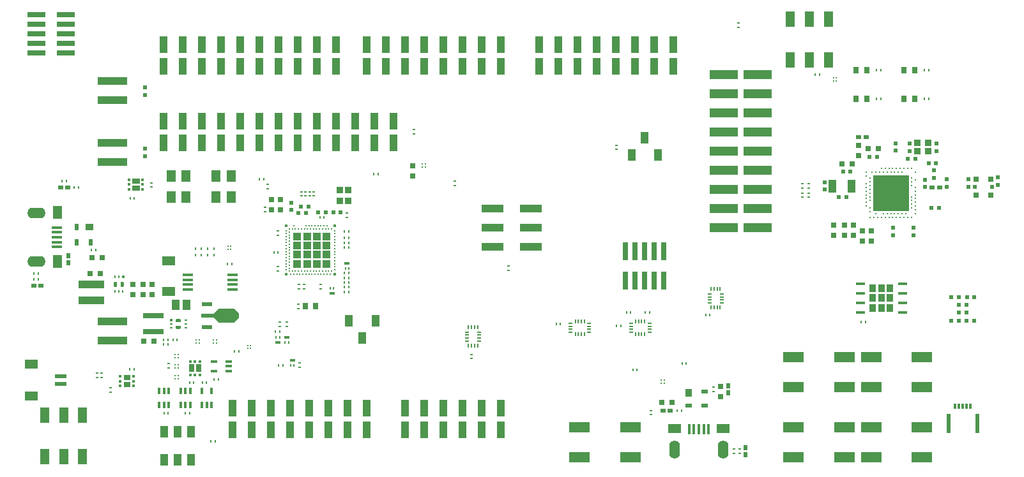
<source format=gtp>
G04*
G04 #@! TF.GenerationSoftware,Altium Limited,Altium Designer,23.11.1 (41)*
G04*
G04 Layer_Color=8421504*
%FSLAX24Y24*%
%MOIN*%
G70*
G04*
G04 #@! TF.SameCoordinates,7572C3C8-2950-46ED-BF1E-06EED60B5480*
G04*
G04*
G04 #@! TF.FilePolarity,Positive*
G04*
G01*
G75*
G04:AMPARAMS|DCode=30|XSize=43.3mil|YSize=39.4mil|CornerRadius=3mil|HoleSize=0mil|Usage=FLASHONLY|Rotation=180.000|XOffset=0mil|YOffset=0mil|HoleType=Round|Shape=RoundedRectangle|*
%AMROUNDEDRECTD30*
21,1,0.0433,0.0335,0,0,180.0*
21,1,0.0374,0.0394,0,0,180.0*
1,1,0.0059,-0.0187,0.0167*
1,1,0.0059,0.0187,0.0167*
1,1,0.0059,0.0187,-0.0167*
1,1,0.0059,-0.0187,-0.0167*
%
%ADD30ROUNDEDRECTD30*%
%ADD31O,0.0551X0.0945*%
%ADD32O,0.0945X0.0551*%
%ADD33R,0.0366X0.0445*%
%ADD34R,0.0118X0.0315*%
%ADD35R,0.0148X0.0197*%
%ADD36R,0.0138X0.0138*%
%ADD37R,0.0098X0.0138*%
%ADD38R,0.0315X0.0118*%
%ADD39R,0.0197X0.0148*%
%ADD40R,0.0138X0.0138*%
%ADD41R,0.0138X0.0098*%
%ADD42R,0.0315X0.0295*%
%ADD43R,0.0228X0.0197*%
%ADD44C,0.0118*%
%ADD45R,0.1909X0.1909*%
%ADD46C,0.0167*%
%ADD47C,0.0098*%
%ADD48R,0.0472X0.0630*%
%ADD49R,0.0217X0.0236*%
%ADD50R,0.1500X0.0500*%
%ADD51R,0.0945X0.0299*%
%ADD52R,0.0299X0.0945*%
%ADD53O,0.0551X0.0157*%
%ADD54R,0.0453X0.0177*%
%ADD55R,0.1575X0.0402*%
%ADD56R,0.1130X0.0400*%
%ADD57R,0.0709X0.0472*%
%ADD58R,0.0157X0.0531*%
%ADD59R,0.0394X0.0630*%
%ADD60R,0.0472X0.0787*%
%ADD61R,0.1083X0.0551*%
%ADD62R,0.0689X0.0512*%
%ADD63R,0.0402X0.0862*%
%ADD64C,0.0093*%
%ADD65R,0.0335X0.0374*%
%ADD66R,0.0394X0.0709*%
%ADD67R,0.0374X0.0335*%
%ADD68R,0.0138X0.0354*%
%ADD69R,0.0354X0.0138*%
%ADD70R,0.0138X0.0118*%
%ADD71R,0.0283X0.0413*%
%ADD72R,0.0098X0.0157*%
%ADD73R,0.0276X0.0157*%
%ADD74R,0.0362X0.0280*%
%ADD75R,0.0177X0.0165*%
%ADD76R,0.0551X0.0236*%
%ADD77R,0.0669X0.0236*%
%ADD78R,0.0118X0.0138*%
%ADD79R,0.0413X0.0283*%
%ADD80R,0.0098X0.0138*%
%ADD81R,0.0059X0.0138*%
%ADD82R,0.0138X0.0098*%
%ADD83R,0.0138X0.0059*%
%ADD84O,0.0071X0.0240*%
%ADD85O,0.0240X0.0071*%
%ADD86R,0.0300X0.0320*%
%ADD87R,0.1063X0.0315*%
%ADD88R,0.1339X0.0394*%
%ADD89R,0.0709X0.0472*%
%ADD90R,0.0610X0.0236*%
%ADD91R,0.0236X0.1024*%
%ADD92R,0.0118X0.0315*%
%ADD93R,0.0472X0.0709*%
%ADD94R,0.0531X0.0157*%
%ADD95R,0.0106X0.0118*%
%ADD96R,0.0118X0.0106*%
%ADD97R,0.0236X0.0217*%
%ADD98R,0.0315X0.0295*%
%ADD99R,0.0256X0.0197*%
%ADD100R,0.0098X0.0142*%
%ADD101R,0.0394X0.0335*%
%ADD102R,0.0236X0.0335*%
%ADD103R,0.0335X0.0394*%
%ADD104R,0.0335X0.0236*%
%ADD105R,0.0197X0.0256*%
%ADD106R,0.0295X0.0315*%
%ADD107R,0.0433X0.0551*%
%ADD108R,0.0236X0.0197*%
%ADD109R,0.0197X0.0236*%
G36*
X11334Y8518D02*
Y8282D01*
X11078Y8026D01*
X10291D01*
X10035Y8282D01*
Y8518D01*
X10291Y8774D01*
X11078D01*
X11334Y8518D01*
D02*
G37*
D30*
X14366Y11585D02*
D03*
Y11113D02*
D03*
X14877D02*
D03*
Y11585D02*
D03*
X14366Y12530D02*
D03*
X14877Y12058D02*
D03*
X14366D02*
D03*
X14877Y12530D02*
D03*
X15389Y11113D02*
D03*
Y11585D02*
D03*
X15901Y11113D02*
D03*
Y11585D02*
D03*
X15389Y12058D02*
D03*
Y12530D02*
D03*
X15901Y12058D02*
D03*
Y12530D02*
D03*
D31*
X36586Y1400D02*
D03*
X34067D02*
D03*
D32*
X765Y11240D02*
D03*
Y13760D02*
D03*
D33*
X45295Y8796D02*
D03*
Y9320D02*
D03*
Y9844D02*
D03*
X44850Y8796D02*
D03*
Y9320D02*
D03*
Y9844D02*
D03*
X44405Y8796D02*
D03*
Y9320D02*
D03*
Y9844D02*
D03*
D34*
X5236Y10039D02*
D03*
X4882Y10039D02*
D03*
D35*
X5261Y10039D02*
D03*
X4857Y10039D02*
D03*
D36*
X5276Y10423D02*
D03*
D37*
X5059Y10423D02*
D03*
X4862Y10423D02*
D03*
X4862Y9656D02*
D03*
X5059Y9656D02*
D03*
X5256Y9656D02*
D03*
D38*
X8160Y8137D02*
D03*
X8160Y7783D02*
D03*
D39*
X8160Y8162D02*
D03*
Y7758D02*
D03*
D40*
X7776Y8177D02*
D03*
D41*
Y7960D02*
D03*
Y7763D02*
D03*
X8544D02*
D03*
Y7960D02*
D03*
Y8157D02*
D03*
D42*
X49793Y14711D02*
D03*
Y15518D02*
D03*
X50541Y14711D02*
D03*
Y15518D02*
D03*
D43*
X49710Y15115D02*
D03*
X50623D02*
D03*
D44*
X44257Y14023D02*
D03*
X44060Y14318D02*
D03*
Y14121D02*
D03*
X44454Y13530D02*
D03*
X44257Y13826D02*
D03*
Y13530D02*
D03*
X44060Y14515D02*
D03*
X44257Y14416D02*
D03*
X44060Y14712D02*
D03*
X44257Y14613D02*
D03*
X44848Y13530D02*
D03*
X45045D02*
D03*
X44651D02*
D03*
X44946Y13727D02*
D03*
X44553D02*
D03*
X44060Y14908D02*
D03*
Y15302D02*
D03*
Y15105D02*
D03*
X44257Y14810D02*
D03*
Y15204D02*
D03*
Y15007D02*
D03*
X44060Y15893D02*
D03*
X44257Y15597D02*
D03*
Y15401D02*
D03*
X44060Y15696D02*
D03*
X44356Y15893D02*
D03*
X44946D02*
D03*
X44553D02*
D03*
X44749D02*
D03*
X44848Y16090D02*
D03*
X45045D02*
D03*
X45635Y13530D02*
D03*
X45242D02*
D03*
X45438D02*
D03*
X46029D02*
D03*
X45832D02*
D03*
X45931Y13727D02*
D03*
X45340D02*
D03*
X45143D02*
D03*
X45537D02*
D03*
X45734D02*
D03*
X46226Y13530D02*
D03*
X46127Y13727D02*
D03*
X46423Y14023D02*
D03*
Y13530D02*
D03*
X46620Y13727D02*
D03*
Y14121D02*
D03*
Y13924D02*
D03*
X46423Y14219D02*
D03*
Y14416D02*
D03*
X46620Y14515D02*
D03*
Y14318D02*
D03*
X45931Y15893D02*
D03*
X45537D02*
D03*
X45734D02*
D03*
X45340D02*
D03*
X45143D02*
D03*
X45242Y16090D02*
D03*
X45832D02*
D03*
X46029D02*
D03*
X45438D02*
D03*
X45635D02*
D03*
X46423Y15204D02*
D03*
Y14613D02*
D03*
X46620Y14712D02*
D03*
Y15105D02*
D03*
Y14908D02*
D03*
X46226Y16090D02*
D03*
X46423D02*
D03*
Y15401D02*
D03*
X46620Y15499D02*
D03*
X46423Y15597D02*
D03*
X46620Y15893D02*
D03*
D45*
X45340Y14810D02*
D03*
D46*
X13795Y10562D02*
D03*
Y13081D02*
D03*
X16314Y10562D02*
D03*
Y13081D02*
D03*
D47*
X13795Y10955D02*
D03*
Y10798D02*
D03*
Y11113D02*
D03*
X13952Y10719D02*
D03*
Y10877D02*
D03*
X13795Y11428D02*
D03*
Y11270D02*
D03*
Y11585D02*
D03*
X13952Y11192D02*
D03*
Y11349D02*
D03*
Y11664D02*
D03*
X14031Y10562D02*
D03*
X14188D02*
D03*
X14346D02*
D03*
X14503D02*
D03*
X14661D02*
D03*
X14818D02*
D03*
X14110Y10719D02*
D03*
X14425D02*
D03*
X14267D02*
D03*
X13952Y11507D02*
D03*
Y11034D02*
D03*
X14582Y10719D02*
D03*
X14740D02*
D03*
X13795Y11743D02*
D03*
Y11900D02*
D03*
Y12058D02*
D03*
Y12215D02*
D03*
Y12373D02*
D03*
Y12688D02*
D03*
Y12530D02*
D03*
Y12845D02*
D03*
X13952Y11822D02*
D03*
Y12137D02*
D03*
Y11979D02*
D03*
Y12294D02*
D03*
Y12609D02*
D03*
Y12766D02*
D03*
Y12451D02*
D03*
Y12924D02*
D03*
X14267D02*
D03*
X14110D02*
D03*
X14188Y13081D02*
D03*
X14425Y12924D02*
D03*
X14740D02*
D03*
X14582D02*
D03*
X14818Y13081D02*
D03*
X14976Y10562D02*
D03*
X15133D02*
D03*
X15291D02*
D03*
X15448D02*
D03*
X15606D02*
D03*
X14897Y10719D02*
D03*
X15055D02*
D03*
X15212D02*
D03*
X15370D02*
D03*
X15685D02*
D03*
X15527D02*
D03*
X15763Y10562D02*
D03*
X15921D02*
D03*
X16000Y10719D02*
D03*
X15842D02*
D03*
X16078Y10562D02*
D03*
X16157Y10719D02*
D03*
X16314Y10955D02*
D03*
Y10798D02*
D03*
Y11270D02*
D03*
Y11113D02*
D03*
Y11428D02*
D03*
Y11585D02*
D03*
Y11743D02*
D03*
X14897Y12924D02*
D03*
X15055D02*
D03*
X15212D02*
D03*
X15370D02*
D03*
X15527D02*
D03*
X15685D02*
D03*
X14976Y13081D02*
D03*
X15133D02*
D03*
X15291D02*
D03*
X15448D02*
D03*
X15606D02*
D03*
X16314Y11900D02*
D03*
Y12215D02*
D03*
Y12058D02*
D03*
Y12373D02*
D03*
Y12530D02*
D03*
X15842Y12924D02*
D03*
X16000D02*
D03*
X15763Y13081D02*
D03*
X15921D02*
D03*
X16314Y12688D02*
D03*
Y12845D02*
D03*
X16157Y12924D02*
D03*
D48*
X7775Y15711D02*
D03*
X8563Y14609D02*
D03*
X7775D02*
D03*
X10137D02*
D03*
X10925D02*
D03*
X8563Y15711D02*
D03*
X10137D02*
D03*
X10925D02*
D03*
D49*
X49290Y8947D02*
D03*
Y8553D02*
D03*
X48900Y8947D02*
D03*
Y8553D02*
D03*
X6430Y19933D02*
D03*
Y20327D02*
D03*
Y16742D02*
D03*
Y17136D02*
D03*
D50*
X38375Y14000D02*
D03*
X36625D02*
D03*
X38375Y16000D02*
D03*
X36625D02*
D03*
X38375Y17000D02*
D03*
X36625D02*
D03*
X38375Y18000D02*
D03*
X36625D02*
D03*
X38375Y19000D02*
D03*
X36625D02*
D03*
X38375Y20000D02*
D03*
X36625D02*
D03*
X38375Y21000D02*
D03*
X36625D02*
D03*
Y15000D02*
D03*
X38375D02*
D03*
X36625Y13000D02*
D03*
X38375D02*
D03*
D51*
X762Y22140D02*
D03*
Y22640D02*
D03*
Y23140D02*
D03*
Y23640D02*
D03*
Y24140D02*
D03*
X2298Y22140D02*
D03*
Y22640D02*
D03*
Y23140D02*
D03*
Y23640D02*
D03*
Y24140D02*
D03*
D52*
X33500Y10232D02*
D03*
X33000D02*
D03*
X32500D02*
D03*
X32000D02*
D03*
X31500D02*
D03*
X33500Y11768D02*
D03*
X33000D02*
D03*
X32500D02*
D03*
X32000D02*
D03*
X31500D02*
D03*
D53*
X10981Y9766D02*
D03*
Y10022D02*
D03*
Y10278D02*
D03*
Y10534D02*
D03*
X8659Y9766D02*
D03*
Y10022D02*
D03*
Y10278D02*
D03*
Y10534D02*
D03*
D54*
X45941Y8570D02*
D03*
Y9070D02*
D03*
Y9570D02*
D03*
Y10070D02*
D03*
X43759Y8570D02*
D03*
Y9070D02*
D03*
Y9570D02*
D03*
Y10070D02*
D03*
D55*
X4730Y20657D02*
D03*
Y19657D02*
D03*
Y17429D02*
D03*
Y16429D02*
D03*
Y8090D02*
D03*
Y7090D02*
D03*
D56*
X24550Y14000D02*
D03*
Y13000D02*
D03*
X26550D02*
D03*
Y14000D02*
D03*
X24550Y12000D02*
D03*
X26550D02*
D03*
D57*
X34047Y2482D02*
D03*
X36606D02*
D03*
D58*
X35838Y2454D02*
D03*
X35582D02*
D03*
X34815D02*
D03*
X35071D02*
D03*
X35326D02*
D03*
D59*
X17067Y8130D02*
D03*
X18445D02*
D03*
X17756Y7224D02*
D03*
X8809Y872D02*
D03*
X8120D02*
D03*
X7431D02*
D03*
Y2328D02*
D03*
X8120D02*
D03*
X8809D02*
D03*
X33189Y16797D02*
D03*
X31811D02*
D03*
X32500Y17703D02*
D03*
D60*
X3160Y1027D02*
D03*
X1192D02*
D03*
X2176D02*
D03*
Y3193D02*
D03*
X1192D02*
D03*
X3160D02*
D03*
X40106Y23913D02*
D03*
X42074D02*
D03*
X41090D02*
D03*
Y21747D02*
D03*
X42074D02*
D03*
X40106D02*
D03*
D61*
X29101Y2560D02*
D03*
Y985D02*
D03*
X31759Y2560D02*
D03*
Y985D02*
D03*
X44307Y2560D02*
D03*
Y985D02*
D03*
X46964Y2560D02*
D03*
Y985D02*
D03*
X40267Y2560D02*
D03*
Y985D02*
D03*
X42924Y2560D02*
D03*
Y985D02*
D03*
X46964Y4657D02*
D03*
Y6232D02*
D03*
X44307Y4657D02*
D03*
Y6232D02*
D03*
X42924Y4657D02*
D03*
Y6232D02*
D03*
X40267Y4657D02*
D03*
Y6232D02*
D03*
D62*
X7641Y9653D02*
D03*
Y11267D02*
D03*
D63*
X19400Y18577D02*
D03*
Y17423D02*
D03*
X18400Y18577D02*
D03*
Y17423D02*
D03*
X17400Y18577D02*
D03*
Y17423D02*
D03*
X13400Y18577D02*
D03*
Y17423D02*
D03*
X14400Y18577D02*
D03*
Y17423D02*
D03*
X8400Y18577D02*
D03*
Y17423D02*
D03*
X9400D02*
D03*
Y18577D02*
D03*
X10400Y17423D02*
D03*
Y18577D02*
D03*
X12400Y17423D02*
D03*
Y18577D02*
D03*
X11400Y17423D02*
D03*
Y18577D02*
D03*
X7400D02*
D03*
Y17423D02*
D03*
X16400D02*
D03*
Y18577D02*
D03*
X15400Y17423D02*
D03*
Y18577D02*
D03*
X32000Y22577D02*
D03*
X28000D02*
D03*
X32000Y21423D02*
D03*
X28000D02*
D03*
X33000Y22577D02*
D03*
X34000D02*
D03*
X29000D02*
D03*
X30000D02*
D03*
X27000D02*
D03*
X33000Y21423D02*
D03*
X34000D02*
D03*
X29000Y21423D02*
D03*
X30000Y21423D02*
D03*
X27000D02*
D03*
X31000Y22577D02*
D03*
Y21423D02*
D03*
X14400Y22577D02*
D03*
X10400D02*
D03*
X14400Y21423D02*
D03*
X10400Y21423D02*
D03*
X16400Y22577D02*
D03*
X15400D02*
D03*
X12400D02*
D03*
X11400D02*
D03*
X9400D02*
D03*
X8400D02*
D03*
X16400Y21423D02*
D03*
X15400D02*
D03*
X12400D02*
D03*
X11400D02*
D03*
X9400D02*
D03*
X8400Y21423D02*
D03*
X13400Y22577D02*
D03*
X7400D02*
D03*
X13400Y21423D02*
D03*
X7400D02*
D03*
X23000Y22577D02*
D03*
X19000D02*
D03*
X23000Y21423D02*
D03*
X19000D02*
D03*
X24000Y22577D02*
D03*
X25000D02*
D03*
X20000D02*
D03*
X21000D02*
D03*
X18000D02*
D03*
X24000Y21423D02*
D03*
X25000D02*
D03*
X20000Y21423D02*
D03*
X21000Y21423D02*
D03*
X18000D02*
D03*
X22000Y22577D02*
D03*
Y21423D02*
D03*
X22000Y2423D02*
D03*
Y3577D02*
D03*
X20000Y2423D02*
D03*
X21000D02*
D03*
X24000D02*
D03*
X25000D02*
D03*
X20000Y3577D02*
D03*
X21000D02*
D03*
X24000D02*
D03*
X25000D02*
D03*
X23000Y2423D02*
D03*
X23000Y3577D02*
D03*
X13000Y2423D02*
D03*
X17000D02*
D03*
X13000Y3577D02*
D03*
X17000D02*
D03*
X12000Y2423D02*
D03*
X11000D02*
D03*
X16000D02*
D03*
X15000D02*
D03*
X18000D02*
D03*
X12000Y3577D02*
D03*
X11000D02*
D03*
X16000Y3577D02*
D03*
X15000Y3577D02*
D03*
X18000D02*
D03*
X14000Y2423D02*
D03*
Y3577D02*
D03*
D64*
X10899Y12029D02*
D03*
Y11871D02*
D03*
X10741Y12029D02*
D03*
Y11871D02*
D03*
X11937Y6687D02*
D03*
X11779D02*
D03*
X11937Y6845D02*
D03*
X11779D02*
D03*
X9259Y6961D02*
D03*
X9101D02*
D03*
X9259Y7119D02*
D03*
X9101D02*
D03*
X10149Y6961D02*
D03*
X9991D02*
D03*
X10149Y7119D02*
D03*
X9991D02*
D03*
X7991Y5259D02*
D03*
X8149D02*
D03*
X7991Y5101D02*
D03*
X8149D02*
D03*
X7991Y5814D02*
D03*
X8149D02*
D03*
X7991Y5656D02*
D03*
X8149D02*
D03*
X7991Y6369D02*
D03*
X8149D02*
D03*
X7991Y6211D02*
D03*
X8149D02*
D03*
X42497Y20660D02*
D03*
X42340D02*
D03*
X42497Y20817D02*
D03*
X42340D02*
D03*
X33514Y5030D02*
D03*
Y4872D02*
D03*
X33356Y5030D02*
D03*
Y4872D02*
D03*
X21043Y16319D02*
D03*
Y16161D02*
D03*
X20886Y16319D02*
D03*
Y16161D02*
D03*
D65*
X17037Y14380D02*
D03*
X16585D02*
D03*
Y14951D02*
D03*
X17037D02*
D03*
D66*
X43276Y15167D02*
D03*
X42292D02*
D03*
D67*
X46732Y16983D02*
D03*
Y17436D02*
D03*
X47303D02*
D03*
Y16983D02*
D03*
D68*
X8786Y4474D02*
D03*
X8530D02*
D03*
X8274D02*
D03*
Y3726D02*
D03*
X8530D02*
D03*
X8786D02*
D03*
X9394Y3726D02*
D03*
X9650D02*
D03*
X9906D02*
D03*
Y4474D02*
D03*
X9394D02*
D03*
X7666Y4474D02*
D03*
X7410D02*
D03*
X7154D02*
D03*
Y3726D02*
D03*
X7410D02*
D03*
X7666D02*
D03*
D69*
X10774Y5494D02*
D03*
Y5750D02*
D03*
Y6006D02*
D03*
X10026D02*
D03*
Y5494D02*
D03*
D70*
X9292Y5308D02*
D03*
X9036D02*
D03*
X8780D02*
D03*
Y5997D02*
D03*
X9036D02*
D03*
X9292D02*
D03*
D71*
X9229Y5652D02*
D03*
X8843D02*
D03*
D72*
X14199Y5782D02*
D03*
X14021D02*
D03*
X13268Y7264D02*
D03*
X13445D02*
D03*
X17057Y10866D02*
D03*
X16880D02*
D03*
X16093Y9843D02*
D03*
X16270D02*
D03*
X13907Y6988D02*
D03*
X13730D02*
D03*
D73*
X14110Y6058D02*
D03*
X13356Y6988D02*
D03*
X16968Y11142D02*
D03*
X16181Y9567D02*
D03*
X13819Y7264D02*
D03*
D74*
X5480Y4783D02*
D03*
Y5157D02*
D03*
D75*
X5836Y5226D02*
D03*
Y4970D02*
D03*
Y4714D02*
D03*
X5124D02*
D03*
Y4970D02*
D03*
Y5226D02*
D03*
D76*
X9641Y8991D02*
D03*
Y7809D02*
D03*
D77*
X9700Y8400D02*
D03*
D78*
X6294Y15506D02*
D03*
Y15250D02*
D03*
Y14994D02*
D03*
X5606D02*
D03*
Y15250D02*
D03*
Y15506D02*
D03*
D79*
X5950Y15443D02*
D03*
Y15057D02*
D03*
D80*
X5276Y10423D02*
D03*
D81*
X5059D02*
D03*
X4862D02*
D03*
Y9656D02*
D03*
X5059D02*
D03*
X5256D02*
D03*
D82*
X7776Y8177D02*
D03*
D83*
Y7960D02*
D03*
Y7763D02*
D03*
X8544D02*
D03*
Y7960D02*
D03*
Y8157D02*
D03*
D84*
X36436Y8818D02*
D03*
X36279D02*
D03*
X36121D02*
D03*
X35964D02*
D03*
Y9782D02*
D03*
X36121D02*
D03*
X36279D02*
D03*
X36436D02*
D03*
X32024Y8085D02*
D03*
X32181D02*
D03*
X32339D02*
D03*
X32496D02*
D03*
Y7435D02*
D03*
X32339D02*
D03*
X32181D02*
D03*
X32024D02*
D03*
X23776Y6828D02*
D03*
X23619D02*
D03*
X23461D02*
D03*
X23304D02*
D03*
Y7792D02*
D03*
X23461D02*
D03*
X23619D02*
D03*
X23776D02*
D03*
X28874Y8085D02*
D03*
X29031D02*
D03*
X29189D02*
D03*
X29346D02*
D03*
Y7435D02*
D03*
X29189D02*
D03*
X29031D02*
D03*
X28874D02*
D03*
D85*
X35875Y9064D02*
D03*
Y9221D02*
D03*
Y9379D02*
D03*
Y9536D02*
D03*
X36525D02*
D03*
Y9379D02*
D03*
Y9221D02*
D03*
Y9064D02*
D03*
X31778Y7524D02*
D03*
Y7681D02*
D03*
Y7839D02*
D03*
Y7996D02*
D03*
X32742D02*
D03*
Y7839D02*
D03*
Y7681D02*
D03*
Y7524D02*
D03*
X23215Y7074D02*
D03*
Y7231D02*
D03*
Y7389D02*
D03*
Y7546D02*
D03*
X23865D02*
D03*
Y7389D02*
D03*
Y7231D02*
D03*
Y7074D02*
D03*
X28628Y7524D02*
D03*
Y7681D02*
D03*
Y7839D02*
D03*
Y7996D02*
D03*
X29592D02*
D03*
Y7839D02*
D03*
Y7681D02*
D03*
Y7524D02*
D03*
D86*
X15330Y8888D02*
D03*
X14780D02*
D03*
X46033Y19727D02*
D03*
X46583D02*
D03*
X43533D02*
D03*
X44083D02*
D03*
X46033Y21227D02*
D03*
X46583D02*
D03*
X43533D02*
D03*
X44083D02*
D03*
D87*
X6850Y8413D02*
D03*
Y7547D02*
D03*
D88*
X3622Y10020D02*
D03*
Y9193D02*
D03*
D89*
X484Y4203D02*
D03*
Y5857D02*
D03*
D90*
X2010Y4833D02*
D03*
Y5227D02*
D03*
D91*
X49842Y2767D02*
D03*
X48346D02*
D03*
D92*
X49290Y3673D02*
D03*
X49094D02*
D03*
X48897D02*
D03*
X48700D02*
D03*
X49487D02*
D03*
D93*
X1847Y13780D02*
D03*
Y11220D02*
D03*
D94*
X1818Y11988D02*
D03*
Y12244D02*
D03*
Y13012D02*
D03*
Y12756D02*
D03*
Y12500D02*
D03*
D95*
X18352Y15807D02*
D03*
X18577D02*
D03*
X34448Y5890D02*
D03*
X34672D02*
D03*
X12612Y15520D02*
D03*
X12388D02*
D03*
X8748Y4890D02*
D03*
X8972D02*
D03*
X13622Y5810D02*
D03*
X13398D02*
D03*
X9868Y1820D02*
D03*
X10092D02*
D03*
X11088Y6540D02*
D03*
X11312D02*
D03*
X5616Y5591D02*
D03*
X5841D02*
D03*
X8102Y7120D02*
D03*
X7878D02*
D03*
X7612Y7120D02*
D03*
X7388D02*
D03*
X841Y10590D02*
D03*
X616D02*
D03*
X32100Y5561D02*
D03*
X31876D02*
D03*
X31548Y8560D02*
D03*
X31772D02*
D03*
X32752D02*
D03*
X32528D02*
D03*
X47086Y19727D02*
D03*
X47311D02*
D03*
X44596D02*
D03*
X44821D02*
D03*
X47086Y21227D02*
D03*
X47311D02*
D03*
X44596D02*
D03*
X44821D02*
D03*
X5648Y14540D02*
D03*
X5872D02*
D03*
X16817Y10640D02*
D03*
X17041D02*
D03*
X16817Y9646D02*
D03*
X17041D02*
D03*
X16817Y9882D02*
D03*
X17041D02*
D03*
X16817Y10118D02*
D03*
X17041D02*
D03*
X16817Y10354D02*
D03*
X17041D02*
D03*
X16817Y12212D02*
D03*
X17041D02*
D03*
X41622Y20990D02*
D03*
X41398D02*
D03*
X8528Y3310D02*
D03*
X8752D02*
D03*
X10028Y5070D02*
D03*
X10252D02*
D03*
X9408Y4890D02*
D03*
X9632D02*
D03*
X7408Y3310D02*
D03*
X7632D02*
D03*
X7398Y6900D02*
D03*
X7622D02*
D03*
X10952Y11100D02*
D03*
X10728D02*
D03*
X2088Y15430D02*
D03*
X2312D02*
D03*
X616Y10310D02*
D03*
X841D02*
D03*
X3634Y11840D02*
D03*
X3858D02*
D03*
X2954Y15090D02*
D03*
X2730D02*
D03*
X34188Y3430D02*
D03*
X34412D02*
D03*
X35902Y8430D02*
D03*
X35678D02*
D03*
X43788Y8050D02*
D03*
X44012D02*
D03*
X31262Y7860D02*
D03*
X31038D02*
D03*
X28102Y7950D02*
D03*
X27878D02*
D03*
X15765Y13514D02*
D03*
X15540D02*
D03*
X17041Y12792D02*
D03*
X16817D02*
D03*
X17041Y11950D02*
D03*
X16817D02*
D03*
X17041Y12462D02*
D03*
X16817D02*
D03*
X13141Y11684D02*
D03*
X13366D02*
D03*
X13449Y7549D02*
D03*
X13224D02*
D03*
D96*
X7650Y5902D02*
D03*
Y5678D02*
D03*
X14500Y5698D02*
D03*
Y5922D02*
D03*
X4630Y4408D02*
D03*
Y4632D02*
D03*
X12830Y15028D02*
D03*
Y15252D02*
D03*
X3939Y5158D02*
D03*
Y5382D02*
D03*
X4149D02*
D03*
Y5158D02*
D03*
X20460Y17908D02*
D03*
Y18132D02*
D03*
X25400Y10982D02*
D03*
Y10758D02*
D03*
X37173Y1209D02*
D03*
Y1433D02*
D03*
X6740Y15118D02*
D03*
Y15342D02*
D03*
X37400Y23702D02*
D03*
Y23478D02*
D03*
X15235Y14649D02*
D03*
Y14874D02*
D03*
X15015Y14649D02*
D03*
Y14874D02*
D03*
X12687Y14059D02*
D03*
Y13835D02*
D03*
X14795Y14649D02*
D03*
Y14874D02*
D03*
X14575Y14649D02*
D03*
Y14874D02*
D03*
X14449Y9789D02*
D03*
Y10014D02*
D03*
X22589Y15437D02*
D03*
Y15213D02*
D03*
X14409Y8776D02*
D03*
Y9000D02*
D03*
X13819Y7831D02*
D03*
Y8055D02*
D03*
X13455Y8055D02*
D03*
Y7831D02*
D03*
X31020Y17088D02*
D03*
Y17312D02*
D03*
X40710Y14588D02*
D03*
Y14812D02*
D03*
X41070Y14588D02*
D03*
Y14812D02*
D03*
X32820Y3442D02*
D03*
Y3218D02*
D03*
X37443Y1433D02*
D03*
Y1209D02*
D03*
X36076Y4428D02*
D03*
Y4653D02*
D03*
X23460Y6372D02*
D03*
Y6148D02*
D03*
X16949Y13754D02*
D03*
Y13530D02*
D03*
X15576Y9790D02*
D03*
Y10014D02*
D03*
X14730Y9790D02*
D03*
Y10014D02*
D03*
X13372Y10725D02*
D03*
Y10950D02*
D03*
X13362Y12595D02*
D03*
Y12820D02*
D03*
X40710Y15302D02*
D03*
Y15078D02*
D03*
X41070Y15302D02*
D03*
Y15078D02*
D03*
D97*
X49705Y9370D02*
D03*
X49312D02*
D03*
X48492D02*
D03*
X48885D02*
D03*
D98*
X43381Y12595D02*
D03*
Y13127D02*
D03*
X43667Y17300D02*
D03*
Y16769D02*
D03*
X6778Y10035D02*
D03*
Y9504D02*
D03*
X20374Y15699D02*
D03*
Y16230D02*
D03*
X6309Y9508D02*
D03*
Y10039D02*
D03*
X5797Y9508D02*
D03*
Y10039D02*
D03*
X36466Y4175D02*
D03*
Y4706D02*
D03*
X13480Y14471D02*
D03*
Y13940D02*
D03*
X13037Y14471D02*
D03*
Y13940D02*
D03*
X44307Y12310D02*
D03*
Y12841D02*
D03*
X43844Y12310D02*
D03*
Y12841D02*
D03*
X42919Y12595D02*
D03*
Y13127D02*
D03*
X42367Y12595D02*
D03*
Y13127D02*
D03*
D99*
X44041Y17714D02*
D03*
X43667D02*
D03*
X47505Y15112D02*
D03*
X47879D02*
D03*
X609Y9967D02*
D03*
X983D02*
D03*
X2387Y15090D02*
D03*
X2013D02*
D03*
X33817Y3430D02*
D03*
X33443D02*
D03*
D100*
X9690Y11884D02*
D03*
Y11553D02*
D03*
X9050Y11884D02*
D03*
Y11553D02*
D03*
X10010Y11884D02*
D03*
Y11553D02*
D03*
X9370Y11884D02*
D03*
Y11553D02*
D03*
D101*
X3521Y13034D02*
D03*
D102*
X2852D02*
D03*
Y12226D02*
D03*
X3600D02*
D03*
D103*
X34804Y4366D02*
D03*
D104*
Y3697D02*
D03*
X35611D02*
D03*
Y4445D02*
D03*
D105*
X37773Y1508D02*
D03*
Y1134D02*
D03*
X2420Y11537D02*
D03*
Y11163D02*
D03*
X36856Y4363D02*
D03*
Y4737D02*
D03*
D106*
X33404Y3870D02*
D03*
X33936D02*
D03*
X6886Y7070D02*
D03*
X6354D02*
D03*
X3543Y10581D02*
D03*
X4075D02*
D03*
X3660Y11440D02*
D03*
X4192D02*
D03*
X44149Y17119D02*
D03*
X44681D02*
D03*
X42791Y16317D02*
D03*
X43322D02*
D03*
D107*
X8605Y8970D02*
D03*
X8015D02*
D03*
D108*
X49303Y8137D02*
D03*
X49697D02*
D03*
X48483D02*
D03*
X48877D02*
D03*
X14818Y13763D02*
D03*
X14425D02*
D03*
X14956Y14107D02*
D03*
X14563D02*
D03*
X16639Y13800D02*
D03*
X16246D02*
D03*
X15862Y13800D02*
D03*
X15468D02*
D03*
X43031Y14587D02*
D03*
X42637D02*
D03*
X44607Y16710D02*
D03*
X44213D02*
D03*
X46610Y16601D02*
D03*
X46216D02*
D03*
X47702Y16355D02*
D03*
X47308D02*
D03*
X47466Y14023D02*
D03*
X47860D02*
D03*
X42844Y15927D02*
D03*
X43238D02*
D03*
D109*
X14061Y13918D02*
D03*
Y14312D02*
D03*
X50937Y15631D02*
D03*
Y15238D02*
D03*
X49379Y15132D02*
D03*
Y15526D02*
D03*
X41884Y14980D02*
D03*
Y15374D02*
D03*
X45606Y17015D02*
D03*
Y17408D02*
D03*
X47606Y15613D02*
D03*
Y16007D02*
D03*
X46531Y12595D02*
D03*
Y12989D02*
D03*
X45468Y12595D02*
D03*
Y12989D02*
D03*
X48256Y15133D02*
D03*
Y15527D02*
D03*
X47132Y15115D02*
D03*
Y15509D02*
D03*
X46318Y17407D02*
D03*
Y17013D02*
D03*
X47718Y17013D02*
D03*
Y17407D02*
D03*
M02*

</source>
